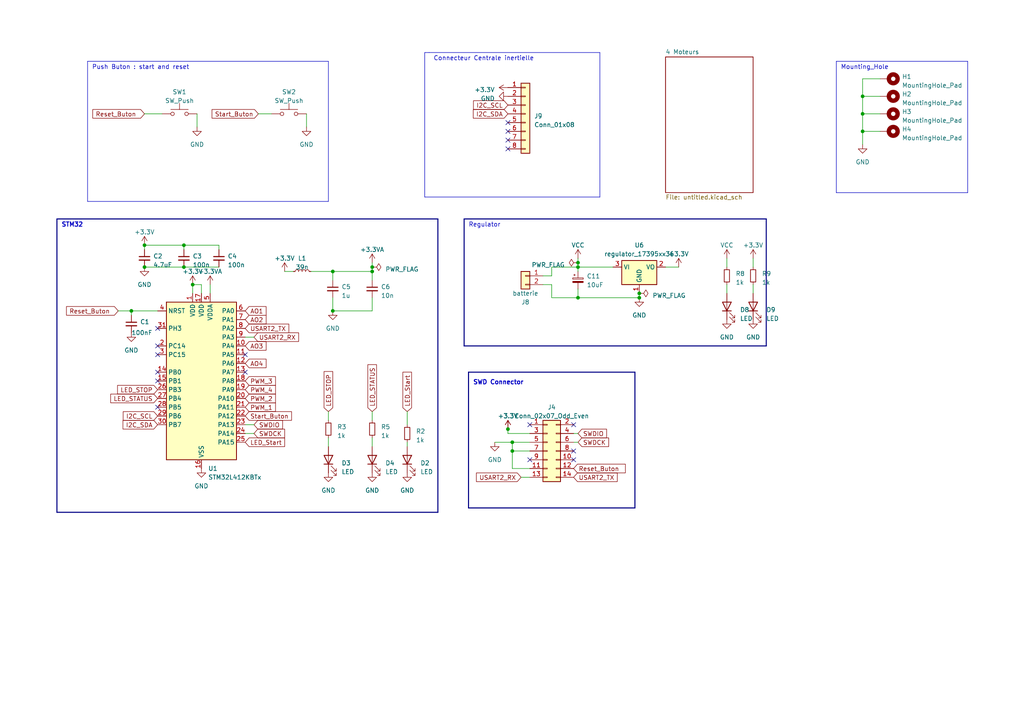
<source format=kicad_sch>
(kicad_sch (version 20230121) (generator eeschema)
  (paper "A4")
  (lib_symbols
    (symbol "Connector_Generic:Conn_01x02" (pin_names (offset 1.016) hide)
      (property "Reference" "J" (at 0 2.54 0))
      (property "Value" "Conn_01x02" (at 0 -5.08 0))
      (symbol "Conn_01x02_1_1"
        (rectangle (start -1.27 -2.413) (end 0 -2.667) (stroke (width 0.1524)))
        (rectangle (start -1.27 0.127) (end 0 -0.127) (stroke (width 0.1524)))
        (rectangle (start -1.27 1.27) (end 1.27 -3.81) (stroke (width 0.254)) (fill (type background)))
        (pin passive line (at -5.08 0 0) (length 3.81) (name "Pin_1") (number "1"))
        (pin passive line (at -5.08 -2.54 0) (length 3.81) (name "Pin_2") (number "2"))
      )
    )
    (symbol "Connector_Generic:Conn_01x08" (pin_names (offset 1.016) hide)
      (property "Reference" "J" (at 0 10.16 0))
      (property "Value" "Conn_01x08" (at 0 -12.7 0))
      (symbol "Conn_01x08_1_1"
        (rectangle (start -1.27 -10.033) (end 0 -10.287) (stroke (width 0.1524)))
        (rectangle (start -1.27 -7.493) (end 0 -7.747) (stroke (width 0.1524)))
        (rectangle (start -1.27 -4.953) (end 0 -5.207) (stroke (width 0.1524)))
        (rectangle (start -1.27 -2.413) (end 0 -2.667) (stroke (width 0.1524)))
        (rectangle (start -1.27 0.127) (end 0 -0.127) (stroke (width 0.1524)))
        (rectangle (start -1.27 2.667) (end 0 2.413) (stroke (width 0.1524)))
        (rectangle (start -1.27 5.207) (end 0 4.953) (stroke (width 0.1524)))
        (rectangle (start -1.27 7.747) (end 0 7.493) (stroke (width 0.1524)))
        (rectangle (start -1.27 8.89) (end 1.27 -11.43) (stroke (width 0.254)) (fill (type background)))
        (pin passive line (at -5.08 7.62 0) (length 3.81) (name "Pin_1") (number "1"))
        (pin passive line (at -5.08 5.08 0) (length 3.81) (name "Pin_2") (number "2"))
        (pin passive line (at -5.08 2.54 0) (length 3.81) (name "Pin_3") (number "3"))
        (pin passive line (at -5.08 0 0) (length 3.81) (name "Pin_4") (number "4"))
        (pin passive line (at -5.08 -2.54 0) (length 3.81) (name "Pin_5") (number "5"))
        (pin passive line (at -5.08 -5.08 0) (length 3.81) (name "Pin_6") (number "6"))
        (pin passive line (at -5.08 -7.62 0) (length 3.81) (name "Pin_7") (number "7"))
        (pin passive line (at -5.08 -10.16 0) (length 3.81) (name "Pin_8") (number "8"))
      )
    )
    (symbol "Connector_Generic:Conn_02x07_Odd_Even" (pin_names (offset 1.016) hide)
      (property "Reference" "J" (at 1.27 10.16 0))
      (property "Value" "Conn_02x07_Odd_Even" (at 1.27 -10.16 0))
      (symbol "Conn_02x07_Odd_Even_1_1"
        (rectangle (start -1.27 -7.493) (end 0 -7.747) (stroke (width 0.1524)))
        (rectangle (start -1.27 -4.953) (end 0 -5.207) (stroke (width 0.1524)))
        (rectangle (start -1.27 -2.413) (end 0 -2.667) (stroke (width 0.1524)))
        (rectangle (start -1.27 0.127) (end 0 -0.127) (stroke (width 0.1524)))
        (rectangle (start -1.27 2.667) (end 0 2.413) (stroke (width 0.1524)))
        (rectangle (start -1.27 5.207) (end 0 4.953) (stroke (width 0.1524)))
        (rectangle (start -1.27 7.747) (end 0 7.493) (stroke (width 0.1524)))
        (rectangle (start -1.27 8.89) (end 3.81 -8.89) (stroke (width 0.254)) (fill (type background)))
        (rectangle (start 3.81 -7.493) (end 2.54 -7.747) (stroke (width 0.1524)))
        (rectangle (start 3.81 -4.953) (end 2.54 -5.207) (stroke (width 0.1524)))
        (rectangle (start 3.81 -2.413) (end 2.54 -2.667) (stroke (width 0.1524)))
        (rectangle (start 3.81 0.127) (end 2.54 -0.127) (stroke (width 0.1524)))
        (rectangle (start 3.81 2.667) (end 2.54 2.413) (stroke (width 0.1524)))
        (rectangle (start 3.81 5.207) (end 2.54 4.953) (stroke (width 0.1524)))
        (rectangle (start 3.81 7.747) (end 2.54 7.493) (stroke (width 0.1524)))
        (pin passive line (at -5.08 7.62 0) (length 3.81) (name "Pin_1") (number "1"))
        (pin passive line (at 7.62 -2.54 180) (length 3.81) (name "Pin_10") (number "10"))
        (pin passive line (at -5.08 -5.08 0) (length 3.81) (name "Pin_11") (number "11"))
        (pin passive line (at 7.62 -5.08 180) (length 3.81) (name "Pin_12") (number "12"))
        (pin passive line (at -5.08 -7.62 0) (length 3.81) (name "Pin_13") (number "13"))
        (pin passive line (at 7.62 -7.62 180) (length 3.81) (name "Pin_14") (number "14"))
        (pin passive line (at 7.62 7.62 180) (length 3.81) (name "Pin_2") (number "2"))
        (pin passive line (at -5.08 5.08 0) (length 3.81) (name "Pin_3") (number "3"))
        (pin passive line (at 7.62 5.08 180) (length 3.81) (name "Pin_4") (number "4"))
        (pin passive line (at -5.08 2.54 0) (length 3.81) (name "Pin_5") (number "5"))
        (pin passive line (at 7.62 2.54 180) (length 3.81) (name "Pin_6") (number "6"))
        (pin passive line (at -5.08 0 0) (length 3.81) (name "Pin_7") (number "7"))
        (pin passive line (at 7.62 0 180) (length 3.81) (name "Pin_8") (number "8"))
        (pin passive line (at -5.08 -2.54 0) (length 3.81) (name "Pin_9") (number "9"))
      )
    )
    (symbol "Device:C_Polarized_Small" (pin_numbers hide) (pin_names (offset 0.254) hide)
      (property "Reference" "C" (at 0.254 1.778 0))
      (property "Value" "C_Polarized_Small" (at 0.254 -2.032 0))
      (symbol "C_Polarized_Small_0_1"
        (rectangle (start -1.524 -0.3048) (end 1.524 -0.6858) (fill (type outline)))
        (rectangle (start -1.524 0.6858) (end 1.524 0.3048))
        (polyline (pts (xy -1.27 1.524) (xy -0.762 1.524)))
        (polyline (pts (xy -1.016 1.27) (xy -1.016 1.778)))
      )
      (symbol "C_Polarized_Small_1_1"
        (pin passive line (at 0 2.54 270) (length 1.8542) (name "~") (number "1"))
        (pin passive line (at 0 -2.54 90) (length 1.8542) (name "~") (number "2"))
      )
    )
    (symbol "Device:C_Small" (pin_numbers hide) (pin_names (offset 0.254) hide)
      (property "Reference" "C" (at 0.254 1.778 0))
      (property "Value" "C_Small" (at 0.254 -2.032 0))
      (symbol "C_Small_0_1"
        (polyline (pts (xy -1.524 -0.508) (xy 1.524 -0.508)) (stroke (width 0.3302)))
        (polyline (pts (xy -1.524 0.508) (xy 1.524 0.508)) (stroke (width 0.3048)))
      )
      (symbol "C_Small_1_1"
        (pin passive line (at 0 2.54 270) (length 2.032) (name "~") (number "1"))
        (pin passive line (at 0 -2.54 90) (length 2.032) (name "~") (number "2"))
      )
    )
    (symbol "Device:LED" (pin_numbers hide) (pin_names (offset 1.016) hide)
      (property "Reference" "D" (at 0 2.54 0))
      (property "Value" "LED" (at 0 -2.54 0))
      (symbol "LED_0_1"
        (polyline (pts (xy -1.27 -1.27) (xy -1.27 1.27)) (stroke (width 0.254)))
        (polyline (pts (xy -1.27 0) (xy 1.27 0)))
        (polyline (pts (xy 1.27 -1.27) (xy 1.27 1.27) (xy -1.27 0) (xy 1.27 -1.27)) (stroke (width 0.254)))
        (polyline (pts (xy -3.048 -0.762) (xy -4.572 -2.286) (xy -3.81 -2.286) (xy -4.572 -2.286) (xy -4.572 -1.524)))
        (polyline (pts (xy -1.778 -0.762) (xy -3.302 -2.286) (xy -2.54 -2.286) (xy -3.302 -2.286) (xy -3.302 -1.524)))
      )
      (symbol "LED_1_1"
        (pin passive line (at -3.81 0 0) (length 2.54) (name "K") (number "1"))
        (pin passive line (at 3.81 0 180) (length 2.54) (name "A") (number "2"))
      )
    )
    (symbol "Device:L_Small" (pin_numbers hide) (pin_names (offset 0.254) hide)
      (property "Reference" "L" (at 0.762 1.016 0))
      (property "Value" "L_Small" (at 0.762 -1.016 0))
      (symbol "L_Small_0_1"
        (arc (start 0 -2.032) (mid 0.5058 -1.524) (end 0 -1.016))
        (arc (start 0 -1.016) (mid 0.5058 -0.508) (end 0 0))
        (arc (start 0 0) (mid 0.5058 0.508) (end 0 1.016))
        (arc (start 0 1.016) (mid 0.5058 1.524) (end 0 2.032))
      )
      (symbol "L_Small_1_1"
        (pin passive line (at 0 2.54 270) (length 0.508) (name "~") (number "1"))
        (pin passive line (at 0 -2.54 90) (length 0.508) (name "~") (number "2"))
      )
    )
    (symbol "Device:R_Small" (pin_numbers hide) (pin_names (offset 0.254) hide)
      (property "Reference" "R" (at 0.762 0.508 0))
      (property "Value" "R_Small" (at 0.762 -1.016 0))
      (symbol "R_Small_0_1"
        (rectangle (start -0.762 1.778) (end 0.762 -1.778) (stroke (width 0.2032)))
      )
      (symbol "R_Small_1_1"
        (pin passive line (at 0 2.54 270) (length 0.762) (name "~") (number "1"))
        (pin passive line (at 0 -2.54 90) (length 0.762) (name "~") (number "2"))
      )
    )
    (symbol "MCU_ST_STM32L4:STM32L412KBTx"
      (property "Reference" "U" (at -10.16 24.13 0))
      (property "Value" "STM32L412KBTx" (at 5.08 24.13 0))
      (symbol "STM32L412KBTx_0_1"
        (rectangle (start -10.16 -22.86) (end 10.16 22.86) (stroke (width 0.254)) (fill (type background)))
      )
      (symbol "STM32L412KBTx_1_1"
        (pin power_in line (at -2.54 25.4 270) (length 2.54) (name "VDD") (number "1"))
        (pin bidirectional line (at 12.7 10.16 180) (length 2.54) (name "PA4") (number "10"))
        (pin bidirectional line (at 12.7 7.62 180) (length 2.54) (name "PA5") (number "11"))
        (pin bidirectional line (at 12.7 5.08 180) (length 2.54) (name "PA6") (number "12"))
        (pin bidirectional line (at 12.7 2.54 180) (length 2.54) (name "PA7") (number "13"))
        (pin bidirectional line (at -12.7 2.54 0) (length 2.54) (name "PB0") (number "14"))
        (pin bidirectional line (at -12.7 0 0) (length 2.54) (name "PB1") (number "15"))
        (pin power_in line (at 0 -25.4 90) (length 2.54) (name "VSS") (number "16"))
        (pin power_in line (at 0 25.4 270) (length 2.54) (name "VDD") (number "17"))
        (pin bidirectional line (at 12.7 0 180) (length 2.54) (name "PA8") (number "18"))
        (pin bidirectional line (at 12.7 -2.54 180) (length 2.54) (name "PA9") (number "19"))
        (pin bidirectional line (at -12.7 10.16 0) (length 2.54) (name "PC14") (number "2"))
        (pin bidirectional line (at 12.7 -5.08 180) (length 2.54) (name "PA10") (number "20"))
        (pin bidirectional line (at 12.7 -7.62 180) (length 2.54) (name "PA11") (number "21"))
        (pin bidirectional line (at 12.7 -10.16 180) (length 2.54) (name "PA12") (number "22"))
        (pin bidirectional line (at 12.7 -12.7 180) (length 2.54) (name "PA13") (number "23"))
        (pin bidirectional line (at 12.7 -15.24 180) (length 2.54) (name "PA14") (number "24"))
        (pin bidirectional line (at 12.7 -17.78 180) (length 2.54) (name "PA15") (number "25"))
        (pin bidirectional line (at -12.7 -2.54 0) (length 2.54) (name "PB3") (number "26"))
        (pin bidirectional line (at -12.7 -5.08 0) (length 2.54) (name "PB4") (number "27"))
        (pin bidirectional line (at -12.7 -7.62 0) (length 2.54) (name "PB5") (number "28"))
        (pin bidirectional line (at -12.7 -10.16 0) (length 2.54) (name "PB6") (number "29"))
        (pin bidirectional line (at -12.7 7.62 0) (length 2.54) (name "PC15") (number "3"))
        (pin bidirectional line (at -12.7 -12.7 0) (length 2.54) (name "PB7") (number "30"))
        (pin bidirectional line (at -12.7 15.24 0) (length 2.54) (name "PH3") (number "31"))
        (pin passive line (at 0 -25.4 90) (length 2.54) hide (name "VSS") (number "32"))
        (pin input line (at -12.7 20.32 0) (length 2.54) (name "NRST") (number "4"))
        (pin power_in line (at 2.54 25.4 270) (length 2.54) (name "VDDA") (number "5"))
        (pin bidirectional line (at 12.7 20.32 180) (length 2.54) (name "PA0") (number "6"))
        (pin bidirectional line (at 12.7 17.78 180) (length 2.54) (name "PA1") (number "7"))
        (pin bidirectional line (at 12.7 15.24 180) (length 2.54) (name "PA2") (number "8"))
        (pin bidirectional line (at 12.7 12.7 180) (length 2.54) (name "PA3") (number "9"))
      )
    )
    (symbol "Mechanical:MountingHole_Pad" (pin_numbers hide) (pin_names (offset 1.016) hide)
      (property "Reference" "H" (at 0 6.35 0))
      (property "Value" "MountingHole_Pad" (at 0 4.445 0))
      (symbol "MountingHole_Pad_0_1"
        (circle (center 0 1.27) (radius 1.27) (stroke (width 1.27)))
      )
      (symbol "MountingHole_Pad_1_1"
        (pin input line (at 0 -2.54 90) (length 2.54) (name "1") (number "1"))
      )
    )
    (symbol "Regulator_Linear:AMS1117-3.3"
      (property "Reference" "U" (at -3.81 3.175 0))
      (property "Value" "AMS1117-3.3" (at 0 3.175 0))
      (symbol "AMS1117-3.3_0_1"
        (rectangle (start -5.08 -5.08) (end 5.08 1.905) (stroke (width 0.254)) (fill (type background)))
      )
      (symbol "AMS1117-3.3_1_1"
        (pin power_in line (at 0 -7.62 90) (length 2.54) (name "GND") (number "1"))
        (pin power_out line (at 7.62 0 180) (length 2.54) (name "VO") (number "2"))
        (pin power_in line (at -7.62 0 0) (length 2.54) (name "VI") (number "3"))
      )
    )
    (symbol "Switch:SW_Push" (pin_numbers hide) (pin_names (offset 1.016) hide)
      (property "Reference" "SW" (at 1.27 2.54 0))
      (property "Value" "SW_Push" (at 0 -1.524 0))
      (symbol "SW_Push_0_1"
        (circle (center -2.032 0) (radius 0.508))
        (polyline (pts (xy 0 1.27) (xy 0 3.048)))
        (polyline (pts (xy 2.54 1.27) (xy -2.54 1.27)))
        (circle (center 2.032 0) (radius 0.508))
        (pin passive line (at -5.08 0 0) (length 2.54) (name "1") (number "1"))
        (pin passive line (at 5.08 0 180) (length 2.54) (name "2") (number "2"))
      )
    )
    (symbol "power:+3.3V" (power) (pin_names (offset 0))
      (property "Value" "+3.3V" (at 0 3.556 0))
      (symbol "+3.3V_0_1"
        (polyline (pts (xy -0.762 1.27) (xy 0 2.54)))
        (polyline (pts (xy 0 0) (xy 0 2.54)))
        (polyline (pts (xy 0 2.54) (xy 0.762 1.27)))
      )
      (symbol "+3.3V_1_1"
        (pin power_in line (at 0 0 90) (length 0) hide (name "+3.3V") (number "1"))
      )
    )
    (symbol "power:+3.3VA" (power) (pin_names (offset 0))
      (property "Value" "+3.3VA" (at 0 3.556 0))
      (symbol "+3.3VA_0_1"
        (polyline (pts (xy -0.762 1.27) (xy 0 2.54)))
        (polyline (pts (xy 0 0) (xy 0 2.54)))
        (polyline (pts (xy 0 2.54) (xy 0.762 1.27)))
      )
      (symbol "+3.3VA_1_1"
        (pin power_in line (at 0 0 90) (length 0) hide (name "+3.3VA") (number "1"))
      )
    )
    (symbol "power:GND" (power) (pin_names (offset 0))
      (property "Value" "GND" (at 0 -3.81 0))
      (symbol "GND_0_1"
        (polyline (pts (xy 0 0) (xy 0 -1.27) (xy 1.27 -1.27) (xy 0 -2.54) (xy -1.27 -1.27) (xy 0 -1.27)))
      )
      (symbol "GND_1_1"
        (pin power_in line (at 0 0 270) (length 0) hide (name "GND") (number "1"))
      )
    )
    (symbol "power:PWR_FLAG" (power) (pin_numbers hide) (pin_names (offset 0) hide)
      (property "Value" "PWR_FLAG" (at 0 3.81 0))
      (symbol "PWR_FLAG_0_0"
        (pin power_out line (at 0 0 90) (length 0) (name "pwr") (number "1"))
      )
      (symbol "PWR_FLAG_0_1"
        (polyline (pts (xy 0 0) (xy 0 1.27) (xy -1.016 1.905) (xy 0 2.54) (xy 1.016 1.905) (xy 0 1.27)))
      )
    )
    (symbol "power:VCC" (power) (pin_names (offset 0))
      (property "Value" "VCC" (at 0 3.81 0))
      (symbol "VCC_0_1"
        (polyline (pts (xy -0.762 1.27) (xy 0 2.54)))
        (polyline (pts (xy 0 0) (xy 0 2.54)))
        (polyline (pts (xy 0 2.54) (xy 0.762 1.27)))
      )
      (symbol "VCC_1_1"
        (pin power_in line (at 0 0 90) (length 0) hide (name "VCC") (number "1"))
      )
    )
  )
  (junction (at 38.1 90.17))
  (junction (at 55.88 82.55))
  (junction (at 107.95 77.47))
  (junction (at 53.34 71.12))
  (junction (at 185.42 86.36))
  (junction (at 147.32 124.46))
  (junction (at 107.95 78.74))
  (junction (at 53.34 77.47))
  (junction (at 41.91 77.47))
  (junction (at 167.64 77.47))
  (junction (at 185.42 85.09))
  (junction (at 96.52 78.74))
  (junction (at 148.59 130.81))
  (junction (at 250.19 27.94))
  (junction (at 148.59 128.27))
  (junction (at 167.64 76.2))
  (junction (at 41.91 71.12))
  (junction (at 96.52 90.17))
  (junction (at 167.64 86.36))
  (junction (at 250.19 33.02))
  (junction (at 250.19 38.1))
  (no_connect (at 45.72 107.95))
  (no_connect (at 153.67 133.35))
  (no_connect (at 147.32 40.64))
  (no_connect (at 147.32 35.56))
  (no_connect (at 45.72 118.11))
  (no_connect (at 45.72 100.33))
  (no_connect (at 147.32 38.1))
  (no_connect (at 166.37 130.81))
  (no_connect (at 147.32 43.18))
  (no_connect (at 166.37 133.35))
  (no_connect (at 153.67 123.19))
  (no_connect (at 71.12 107.95))
  (no_connect (at 45.72 110.49))
  (no_connect (at 45.72 95.25))
  (no_connect (at 166.37 123.19))
  (no_connect (at 71.12 102.87))
  (no_connect (at 45.72 102.87))
  (wire (pts (xy 255.27 22.86) (xy 250.19 22.86)))
  (polyline (pts (xy 123.19 15.24) (xy 124.46 15.24)))
  (polyline (pts (xy 280.67 17.78) (xy 280.67 55.88)))
  (wire (pts (xy 34.29 90.17) (xy 38.1 90.17)))
  (wire (pts (xy 160.02 86.36) (xy 167.64 86.36)))
  (wire (pts (xy 107.95 90.17) (xy 96.52 90.17)))
  (wire (pts (xy 38.1 90.17) (xy 38.1 91.44)))
  (wire (pts (xy 41.91 77.47) (xy 53.34 77.47)))
  (wire (pts (xy 53.34 77.47) (xy 63.5 77.47)))
  (bus (pts (xy 134.62 63.5) (xy 222.25 63.5)))
  (wire (pts (xy 250.19 33.02) (xy 250.19 38.1)))
  (wire (pts (xy 148.59 130.81) (xy 153.67 130.81)))
  (wire (pts (xy 73.66 125.73) (xy 71.12 125.73)))
  (wire (pts (xy 55.88 82.55) (xy 58.42 82.55)))
  (wire (pts (xy 167.64 86.36) (xy 185.42 86.36)))
  (wire (pts (xy 250.19 38.1) (xy 250.19 41.91)))
  (wire (pts (xy 210.82 82.55) (xy 210.82 85.09)))
  (bus (pts (xy 222.25 100.33) (xy 134.62 100.33)))
  (wire (pts (xy 147.32 125.73) (xy 147.32 124.46)))
  (wire (pts (xy 167.64 76.2) (xy 167.64 77.47)))
  (bus (pts (xy 222.25 63.5) (xy 222.25 100.33)))
  (wire (pts (xy 63.5 72.39) (xy 63.5 71.12)))
  (wire (pts (xy 196.85 77.47) (xy 193.04 77.47)))
  (wire (pts (xy 167.64 74.93) (xy 167.64 76.2)))
  (wire (pts (xy 107.95 86.36) (xy 107.95 90.17)))
  (wire (pts (xy 55.88 85.09) (xy 55.88 82.55)))
  (wire (pts (xy 148.59 135.89) (xy 153.67 135.89)))
  (wire (pts (xy 96.52 78.74) (xy 96.52 81.28)))
  (wire (pts (xy 95.25 127) (xy 95.25 129.54)))
  (wire (pts (xy 167.64 77.47) (xy 177.8 77.47)))
  (wire (pts (xy 218.44 82.55) (xy 218.44 85.09)))
  (polyline (pts (xy 242.57 17.78) (xy 280.67 17.78)))
  (wire (pts (xy 73.66 123.19) (xy 71.12 123.19)))
  (wire (pts (xy 153.67 125.73) (xy 147.32 125.73)))
  (wire (pts (xy 250.19 33.02) (xy 255.27 33.02)))
  (polyline (pts (xy 95.25 17.78) (xy 95.25 58.42)))
  (wire (pts (xy 118.11 119.38) (xy 118.11 123.19)))
  (wire (pts (xy 107.95 81.28) (xy 107.95 78.74)))
  (wire (pts (xy 167.64 83.82) (xy 167.64 86.36)))
  (wire (pts (xy 167.64 125.73) (xy 166.37 125.73)))
  (polyline (pts (xy 123.19 57.15) (xy 123.19 15.24)))
  (wire (pts (xy 41.91 33.02) (xy 46.99 33.02)))
  (wire (pts (xy 90.17 78.74) (xy 96.52 78.74)))
  (wire (pts (xy 41.91 72.39) (xy 41.91 71.12)))
  (wire (pts (xy 160.02 82.55) (xy 160.02 86.36)))
  (polyline (pts (xy 25.4 17.78) (xy 25.4 58.42)))
  (wire (pts (xy 157.48 82.55) (xy 160.02 82.55)))
  (wire (pts (xy 107.95 76.2) (xy 107.95 77.47)))
  (wire (pts (xy 160.02 80.01) (xy 160.02 77.47)))
  (polyline (pts (xy 124.46 15.24) (xy 173.99 15.24)))
  (wire (pts (xy 118.11 128.27) (xy 118.11 129.54)))
  (polyline (pts (xy 173.99 15.24) (xy 173.99 57.15)))
  (wire (pts (xy 255.27 27.94) (xy 250.19 27.94)))
  (wire (pts (xy 250.19 22.86) (xy 250.19 27.94)))
  (wire (pts (xy 63.5 71.12) (xy 53.34 71.12)))
  (wire (pts (xy 167.64 128.27) (xy 166.37 128.27)))
  (wire (pts (xy 58.42 82.55) (xy 58.42 85.09)))
  (wire (pts (xy 167.64 78.74) (xy 167.64 77.47)))
  (polyline (pts (xy 242.57 17.78) (xy 242.57 55.88)))
  (wire (pts (xy 88.9 33.02) (xy 88.9 36.83)))
  (wire (pts (xy 160.02 77.47) (xy 167.64 77.47)))
  (wire (pts (xy 218.44 74.93) (xy 218.44 77.47)))
  (wire (pts (xy 60.96 82.55) (xy 60.96 85.09)))
  (bus (pts (xy 127 148.59) (xy 16.51 148.59)))
  (wire (pts (xy 148.59 128.27) (xy 153.67 128.27)))
  (wire (pts (xy 95.25 119.38) (xy 95.25 121.92)))
  (wire (pts (xy 74.93 33.02) (xy 78.74 33.02)))
  (wire (pts (xy 53.34 71.12) (xy 53.34 72.39)))
  (wire (pts (xy 210.82 74.93) (xy 210.82 77.47)))
  (wire (pts (xy 107.95 127) (xy 107.95 129.54)))
  (bus (pts (xy 16.51 63.5) (xy 127 63.5)))
  (wire (pts (xy 82.55 78.74) (xy 85.09 78.74)))
  (wire (pts (xy 96.52 90.17) (xy 96.52 86.36)))
  (wire (pts (xy 143.51 128.27) (xy 148.59 128.27)))
  (bus (pts (xy 127 63.5) (xy 127 148.59)))
  (polyline (pts (xy 280.67 55.88) (xy 242.57 55.88)))
  (bus (pts (xy 16.51 63.5) (xy 16.51 148.59)))
  (bus (pts (xy 184.15 147.32) (xy 135.89 147.32)))
  (bus (pts (xy 135.89 107.95) (xy 135.89 147.32)))
  (wire (pts (xy 107.95 77.47) (xy 107.95 78.74)))
  (polyline (pts (xy 25.4 17.78) (xy 95.25 17.78)))
  (wire (pts (xy 250.19 27.94) (xy 250.19 33.02)))
  (bus (pts (xy 134.62 100.33) (xy 134.62 63.5)))
  (bus (pts (xy 184.15 107.95) (xy 184.15 147.32)))
  (wire (pts (xy 250.19 38.1) (xy 255.27 38.1)))
  (wire (pts (xy 151.13 138.43) (xy 153.67 138.43)))
  (wire (pts (xy 148.59 128.27) (xy 148.59 130.81)))
  (wire (pts (xy 41.91 71.12) (xy 53.34 71.12)))
  (polyline (pts (xy 173.99 57.15) (xy 123.19 57.15)))
  (wire (pts (xy 148.59 130.81) (xy 148.59 135.89)))
  (wire (pts (xy 185.42 86.36) (xy 185.42 85.09)))
  (polyline (pts (xy 95.25 58.42) (xy 25.4 58.42)))
  (wire (pts (xy 38.1 90.17) (xy 45.72 90.17)))
  (bus (pts (xy 135.89 107.95) (xy 184.15 107.95)))
  (wire (pts (xy 157.48 80.01) (xy 160.02 80.01)))
  (wire (pts (xy 107.95 78.74) (xy 96.52 78.74)))
  (wire (pts (xy 73.66 97.79) (xy 71.12 97.79)))
  (wire (pts (xy 57.15 33.02) (xy 57.15 36.83)))
  (wire (pts (xy 107.95 119.38) (xy 107.95 121.92)))
  (text "Mounting_Hole\n" (at 243.84 20.32 0) (effects (font (size 1.27 1.27)) (justify left bottom)))
  (text "STM32" (at 17.78 66.04 0) (effects (font (size 1.27 1.27) (thickness 0.254) bold) (justify left bottom)))
  (text "Push Buton : start and reset\n" (at 26.67 20.32 0) (effects (font (size 1.27 1.27)) (justify left bottom)))
  (text "SWD Connector" (at 137.16 111.76 0) (effects (font (size 1.27 1.27) (thickness 0.254) bold) (justify left bottom)))
  (text "Connecteur Centrale inertielle\n" (at 125.73 17.78 0) (effects (font (size 1.27 1.27)) (justify left bottom)))
  (text "Regulator\n" (at 135.89 66.04 0) (effects (font (size 1.27 1.27)) (justify left bottom)))
  (global_label "Start_Buton" (shape input) (at 74.93 33.02 180) (property "Intersheetrefs" "${INTERSHEET_REFS}" (effects hide)))
  (global_label "PWM_4" (shape input) (at 71.12 113.03 0) (property "Intersheetrefs" "${INTERSHEET_REFS}" (effects hide)))
  (global_label "AO3" (shape input) (at 71.12 100.33 0) (property "Intersheetrefs" "${INTERSHEET_REFS}" (effects hide)))
  (global_label "SWDCK" (shape input) (at 73.66 125.73 0) (property "Intersheetrefs" "${INTERSHEET_REFS}" (effects hide)))
  (global_label "SWDCK" (shape input) (at 167.64 128.27 0) (property "Intersheetrefs" "${INTERSHEET_REFS}" (effects hide)))
  (global_label "I2C_SCL" (shape input) (at 147.32 30.48 180) (property "Intersheetrefs" "${INTERSHEET_REFS}" (effects hide)))
  (global_label "Reset_Buton " (shape input) (at 41.91 33.02 180) (property "Intersheetrefs" "${INTERSHEET_REFS}" (effects hide)))
  (global_label "SWDIO" (shape input) (at 167.64 125.73 0) (property "Intersheetrefs" "${INTERSHEET_REFS}" (effects hide)))
  (global_label "I2C_SCL" (shape input) (at 45.72 120.65 180) (property "Intersheetrefs" "${INTERSHEET_REFS}" (effects hide)))
  (global_label "USART2_RX" (shape input) (at 73.66 97.79 0) (property "Intersheetrefs" "${INTERSHEET_REFS}" (effects hide)))
  (global_label "AO2" (shape input) (at 71.12 92.71 0) (property "Intersheetrefs" "${INTERSHEET_REFS}" (effects hide)))
  (global_label "USART2_RX" (shape input) (at 151.13 138.43 180) (property "Intersheetrefs" "${INTERSHEET_REFS}" (effects hide)))
  (global_label "PWM_1" (shape input) (at 71.12 118.11 0) (property "Intersheetrefs" "${INTERSHEET_REFS}" (effects hide)))
  (global_label "LED_STOP" (shape input) (at 95.25 119.38 90) (property "Intersheetrefs" "${INTERSHEET_REFS}" (effects hide)))
  (global_label "LED_STATUS" (shape input) (at 107.95 119.38 90) (property "Intersheetrefs" "${INTERSHEET_REFS}" (effects hide)))
  (global_label "PWM_3" (shape input) (at 71.12 110.49 0) (property "Intersheetrefs" "${INTERSHEET_REFS}" (effects hide)))
  (global_label "USART2_TX" (shape input) (at 71.12 95.25 0) (property "Intersheetrefs" "${INTERSHEET_REFS}" (effects hide)))
  (global_label "PWM_2" (shape input) (at 71.12 115.57 0) (property "Intersheetrefs" "${INTERSHEET_REFS}" (effects hide)))
  (global_label "Reset_Buton " (shape input) (at 34.29 90.17 180) (property "Intersheetrefs" "${INTERSHEET_REFS}" (effects hide)))
  (global_label "LED_Start" (shape input) (at 118.11 119.38 90) (property "Intersheetrefs" "${INTERSHEET_REFS}" (effects hide)))
  (global_label "I2C_SDA" (shape input) (at 147.32 33.02 180) (property "Intersheetrefs" "${INTERSHEET_REFS}" (effects hide)))
  (global_label "AO4" (shape input) (at 71.12 105.41 0) (property "Intersheetrefs" "${INTERSHEET_REFS}" (effects hide)))
  (global_label "USART2_TX" (shape input) (at 166.37 138.43 0) (property "Intersheetrefs" "${INTERSHEET_REFS}" (effects hide)))
  (global_label "AO1" (shape input) (at 71.12 90.17 0) (property "Intersheetrefs" "${INTERSHEET_REFS}" (effects hide)))
  (global_label "LED_STOP" (shape input) (at 45.72 113.03 180) (property "Intersheetrefs" "${INTERSHEET_REFS}" (effects hide)))
  (global_label "Reset_Buton " (shape input) (at 166.37 135.89 0) (property "Intersheetrefs" "${INTERSHEET_REFS}" (effects hide)))
  (global_label "LED_STATUS" (shape input) (at 45.72 115.57 180) (property "Intersheetrefs" "${INTERSHEET_REFS}" (effects hide)))
  (global_label "I2C_SDA" (shape input) (at 45.72 123.19 180) (property "Intersheetrefs" "${INTERSHEET_REFS}" (effects hide)))
  (global_label "Start_Buton" (shape input) (at 71.12 120.65 0) (property "Intersheetrefs" "${INTERSHEET_REFS}" (effects hide)))
  (global_label "SWDIO" (shape input) (at 73.66 123.19 0) (property "Intersheetrefs" "${INTERSHEET_REFS}" (effects hide)))
  (global_label "LED_Start" (shape input) (at 71.12 128.27 0) (property "Intersheetrefs" "${INTERSHEET_REFS}" (effects hide)))
  (symbol (lib_id "power:+3.3V") (at 196.85 77.47 0) (unit 1)
    (property "Reference" "#PWR045" (effects hide))
    (property "Value" "+3.3V" (at 196.85 73.66 0))
  )
  (symbol (lib_id "Connector_Generic:Conn_01x08") (at 152.4 33.02 0) (unit 1)
    (property "Reference" "J9" (at 154.94 33.655 0) (effects (justify left)))
    (property "Value" "Conn_01x08" (at 154.94 36.195 0) (effects (justify left)))
    (property "Footprint" "Connector_PinSocket_2.54mm:PinSocket_1x08_P2.54mm_Vertical" (effects hide))
  )
  (symbol (lib_id "Device:C_Small") (at 96.52 83.82 0) (unit 1)
    (property "Reference" "C5" (at 99.06 83.1913 0) (effects (justify left)))
    (property "Value" "1u" (at 99.06 85.7313 0) (effects (justify left)))
    (property "Footprint" "Capacitor_SMD:C_0603_1608Metric_Pad1.08x0.95mm_HandSolder" (effects hide))
  )
  (symbol (lib_id "power:GND") (at 143.51 128.27 0) (unit 1)
    (property "Reference" "#PWR019" (effects hide))
    (property "Value" "GND" (at 143.51 133.35 0))
  )
  (symbol (lib_id "Connector_Generic:Conn_02x07_Odd_Even") (at 158.75 130.81 0) (unit 1)
    (property "Reference" "J4" (at 160.02 118.11 0))
    (property "Value" "Conn_02x07_Odd_Even" (at 160.02 120.65 0))
    (property "Footprint" "Connector_PinHeader_1.27mm:PinHeader_2x07_P1.27mm_Vertical_SMD" (effects hide))
  )
  (symbol (lib_id "Device:R_Small") (at 95.25 124.46 0) (unit 1)
    (property "Reference" "R3" (at 97.79 123.825 0) (effects (justify left)))
    (property "Value" "1k" (at 97.79 126.365 0) (effects (justify left)))
    (property "Footprint" "Resistor_SMD:R_0603_1608Metric_Pad0.98x0.95mm_HandSolder" (effects hide))
  )
  (symbol (lib_id "Device:LED") (at 218.44 88.9 90) (unit 1)
    (property "Reference" "D9" (at 222.25 89.8525 90) (effects (justify right)))
    (property "Value" "LED" (at 222.25 92.3925 90) (effects (justify right)))
    (property "Footprint" "LED_SMD:LED_0603_1608Metric_Pad1.05x0.95mm_HandSolder" (effects hide))
  )
  (symbol (lib_id "power:+3.3V") (at 55.88 82.55 0) (unit 1)
    (property "Reference" "#PWR05" (effects hide))
    (property "Value" "+3.3V" (at 55.88 78.74 0))
  )
  (symbol (lib_id "Device:C_Polarized_Small") (at 167.64 81.28 0) (unit 1)
    (property "Reference" "C11" (at 170.18 80.0989 0) (effects (justify left)))
    (property "Value" "10uF" (at 170.18 82.6389 0) (effects (justify left)))
    (property "Footprint" "Capacitor_SMD:C_0603_1608Metric_Pad1.08x0.95mm_HandSolder" (effects hide))
  )
  (symbol (lib_id "Device:C_Small") (at 41.91 74.93 0) (unit 1)
    (property "Reference" "C2" (at 44.45 74.3013 0) (effects (justify left)))
    (property "Value" "4.7uF" (at 44.45 76.8413 0) (effects (justify left)))
    (property "Footprint" "Capacitor_SMD:C_0603_1608Metric_Pad1.08x0.95mm_HandSolder" (effects hide))
  )
  (symbol (lib_id "MCU_ST_STM32L4:STM32L412KBTx") (at 58.42 110.49 0) (unit 1)
    (property "Reference" "U1" (at 60.3759 135.89 0) (effects (justify left)))
    (property "Value" "STM32L412KBTx" (at 60.3759 138.43 0) (effects (justify left)))
    (property "Footprint" "Package_QFP:LQFP-32_7x7mm_P0.8mm" (effects hide))
    (property "Datasheet" "https://www.st.com/resource/en/datasheet/stm32l412kb.pdf" (effects hide))
  )
  (symbol (lib_id "Device:LED") (at 210.82 88.9 90) (unit 1)
    (property "Reference" "D8" (at 214.63 89.8525 90) (effects (justify right)))
    (property "Value" "LED" (at 214.63 92.3925 90) (effects (justify right)))
    (property "Footprint" "LED_SMD:LED_0603_1608Metric_Pad1.05x0.95mm_HandSolder" (effects hide))
  )
  (symbol (lib_id "Device:C_Small") (at 53.34 74.93 0) (unit 1)
    (property "Reference" "C3" (at 55.88 74.3013 0) (effects (justify left)))
    (property "Value" "100n" (at 55.88 76.8413 0) (effects (justify left)))
    (property "Footprint" "Capacitor_SMD:C_0603_1608Metric_Pad1.08x0.95mm_HandSolder" (effects hide))
  )
  (symbol (lib_id "Device:R_Small") (at 118.11 125.73 0) (unit 1)
    (property "Reference" "R2" (at 120.65 125.095 0) (effects (justify left)))
    (property "Value" "1k" (at 120.65 127.635 0) (effects (justify left)))
    (property "Footprint" "Resistor_SMD:R_0603_1608Metric_Pad0.98x0.95mm_HandSolder" (effects hide))
  )
  (symbol (lib_id "power:GND") (at 118.11 137.16 0) (unit 1)
    (property "Reference" "#PWR012" (effects hide))
    (property "Value" "GND" (at 118.11 142.24 0))
  )
  (symbol (lib_id "power:GND") (at 38.1 96.52 0) (unit 1)
    (property "Reference" "#PWR011" (effects hide))
    (property "Value" "GND" (at 38.1 101.6 0))
  )
  (symbol (lib_id "power:GND") (at 147.32 27.94 270) (unit 1)
    (property "Reference" "#PWR09" (effects hide))
    (property "Value" "GND" (at 143.51 28.575 90) (effects (justify right)))
  )
  (symbol (lib_id "Device:LED") (at 95.25 133.35 90) (unit 1)
    (property "Reference" "D3" (at 99.06 134.3025 90) (effects (justify right)))
    (property "Value" "LED" (at 99.06 136.8425 90) (effects (justify right)))
    (property "Footprint" "LED_SMD:LED_0603_1608Metric_Pad1.05x0.95mm_HandSolder" (effects hide))
  )
  (symbol (lib_id "Device:C_Small") (at 107.95 83.82 0) (unit 1)
    (property "Reference" "C6" (at 110.49 83.1913 0) (effects (justify left)))
    (property "Value" "10n" (at 110.49 85.7313 0) (effects (justify left)))
    (property "Footprint" "Capacitor_SMD:C_0603_1608Metric_Pad1.08x0.95mm_HandSolder" (effects hide))
  )
  (symbol (lib_id "Connector_Generic:Conn_01x02") (at 152.4 80.01 0) (mirror y) (unit 1)
    (property "Reference" "J8" (at 152.4 87.63 0))
    (property "Value" "batterie" (at 152.4 85.09 0))
    (property "Footprint" "Connector_JST:JST_XH_B2B-XH-A_1x02_P2.50mm_Vertical" (effects hide))
  )
  (symbol (lib_id "power:+3.3V") (at 147.32 124.46 0) (unit 1)
    (property "Reference" "#PWR021" (effects hide))
    (property "Value" "+3.3V" (at 147.32 120.65 0))
  )
  (symbol (lib_id "power:+3.3V") (at 218.44 74.93 0) (unit 1)
    (property "Reference" "#PWR050" (effects hide))
    (property "Value" "+3.3V" (at 218.44 71.12 0))
  )
  (symbol (lib_id "Device:LED") (at 118.11 133.35 90) (unit 1)
    (property "Reference" "D2" (at 121.92 134.3025 90) (effects (justify right)))
    (property "Value" "LED" (at 121.92 136.8425 90) (effects (justify right)))
    (property "Footprint" "LED_SMD:LED_0603_1608Metric_Pad1.05x0.95mm_HandSolder" (effects hide))
  )
  (symbol (lib_id "Mechanical:MountingHole_Pad") (at 257.81 27.94 270) (unit 1)
    (property "Reference" "H2" (at 261.62 27.305 90) (effects (justify left)))
    (property "Value" "MountingHole_Pad" (at 261.62 29.845 90) (effects (justify left)))
    (property "Footprint" "MountingHole:MountingHole_2.2mm_M2_DIN965_Pad" (effects hide))
  )
  (symbol (lib_id "Mechanical:MountingHole_Pad") (at 257.81 38.1 270) (unit 1)
    (property "Reference" "H4" (at 261.62 37.465 90) (effects (justify left)))
    (property "Value" "MountingHole_Pad" (at 261.62 40.005 90) (effects (justify left)))
    (property "Footprint" "MountingHole:MountingHole_2.2mm_M2_DIN965_Pad" (effects hide))
  )
  (symbol (lib_id "power:+3.3VA") (at 60.96 82.55 0) (unit 1)
    (property "Reference" "#PWR047" (effects hide))
    (property "Value" "+3.3VA" (at 60.96 78.74 0))
  )
  (symbol (lib_id "Mechanical:MountingHole_Pad") (at 257.81 22.86 270) (unit 1)
    (property "Reference" "H1" (at 261.62 22.225 90) (effects (justify left)))
    (property "Value" "MountingHole_Pad" (at 261.62 24.765 90) (effects (justify left)))
    (property "Footprint" "MountingHole:MountingHole_2.2mm_M2_DIN965_Pad" (effects hide))
  )
  (symbol (lib_id "Device:R_Small") (at 107.95 124.46 0) (unit 1)
    (property "Reference" "R5" (at 110.49 123.825 0) (effects (justify left)))
    (property "Value" "1k" (at 110.49 126.365 0) (effects (justify left)))
    (property "Footprint" "Resistor_SMD:R_0603_1608Metric_Pad0.98x0.95mm_HandSolder" (effects hide))
  )
  (symbol (lib_id "Mechanical:MountingHole_Pad") (at 257.81 33.02 270) (unit 1)
    (property "Reference" "H3" (at 261.62 32.385 90) (effects (justify left)))
    (property "Value" "MountingHole_Pad" (at 261.62 34.925 90) (effects (justify left)))
    (property "Footprint" "MountingHole:MountingHole_2.2mm_M2_DIN965_Pad" (effects hide))
  )
  (symbol (lib_id "power:VCC") (at 167.64 74.93 0) (unit 1)
    (property "Reference" "#PWR048" (effects hide))
    (property "Value" "VCC" (at 167.64 71.12 0))
  )
  (symbol (lib_id "power:+3.3VA") (at 107.95 76.2 0) (unit 1)
    (property "Reference" "#PWR017" (effects hide))
    (property "Value" "+3.3VA" (at 107.95 72.39 0))
  )
  (symbol (lib_id "power:PWR_FLAG") (at 167.64 76.2 90) (unit 1)
    (property "Reference" "#FLG01" (effects hide))
    (property "Value" "PWR_FLAG" (at 163.83 76.835 90) (effects (justify left)))
  )
  (symbol (lib_id "power:+3.3V") (at 147.32 124.46 0) (unit 1)
    (property "Reference" "#PWR020" (effects hide))
    (property "Value" "+3.3V" (at 147.32 120.65 0))
  )
  (symbol (lib_id "power:GND") (at 96.52 90.17 0) (unit 1)
    (property "Reference" "#PWR018" (effects hide))
    (property "Value" "GND" (at 96.52 95.25 0))
  )
  (symbol (lib_id "power:PWR_FLAG") (at 185.42 85.09 270) (unit 1)
    (property "Reference" "#FLG04" (effects hide))
    (property "Value" "PWR_FLAG" (at 189.23 85.725 90) (effects (justify left)))
  )
  (symbol (lib_id "power:+3.3V") (at 82.55 78.74 0) (unit 1)
    (property "Reference" "#PWR016" (effects hide))
    (property "Value" "+3.3V" (at 82.55 74.93 0))
  )
  (symbol (lib_id "power:GND") (at 250.19 41.91 0) (unit 1)
    (property "Reference" "#PWR01" (effects hide))
    (property "Value" "GND" (at 250.19 46.99 0))
  )
  (symbol (lib_id "Switch:SW_Push") (at 52.07 33.02 0) (unit 1)
    (property "Reference" "SW1" (at 52.07 26.67 0))
    (property "Value" "SW_Push" (at 52.07 29.21 0))
    (property "Footprint" "Button_Switch_SMD:SW_DIP_SPSTx01_Slide_Copal_CHS-01A_W5.08mm_P1.27mm_JPin" (effects hide))
  )
  (symbol (lib_id "power:GND") (at 185.42 86.36 0) (unit 1)
    (property "Reference" "#PWR013" (effects hide))
    (property "Value" "GND" (at 185.42 91.44 0))
  )
  (symbol (lib_id "Device:L_Small") (at 87.63 78.74 90) (unit 1)
    (property "Reference" "L1" (at 87.63 74.93 90))
    (property "Value" "39n" (at 87.63 77.47 90))
    (property "Footprint" "Inductor_SMD:L_0805_2012Metric_Pad1.15x1.40mm_HandSolder" (effects hide))
  )
  (symbol (lib_id "Device:C_Small") (at 63.5 74.93 0) (unit 1)
    (property "Reference" "C4" (at 66.04 74.3013 0) (effects (justify left)))
    (property "Value" "100n" (at 66.04 76.8413 0) (effects (justify left)))
    (property "Footprint" "Capacitor_SMD:C_0603_1608Metric_Pad1.08x0.95mm_HandSolder" (effects hide))
  )
  (symbol (lib_id "Regulator_Linear:AMS1117-3.3") (at 185.42 77.47 0) (unit 1)
    (property "Reference" "U6" (at 185.42 71.12 0))
    (property "Value" "regulator_17395xx36" (at 185.42 73.66 0))
    (property "Footprint" "Package_TO_SOT_SMD:SOT-223-3_TabPin2" (effects hide))
    (property "Datasheet" "http://www.advanced-monolithic.com/pdf/ds1117.pdf" (effects hide))
  )
  (symbol (lib_id "Device:R_Small") (at 218.44 80.01 0) (unit 1)
    (property "Reference" "R9" (at 220.98 79.375 0) (effects (justify left)))
    (property "Value" "1k" (at 220.98 81.915 0) (effects (justify left)))
    (property "Footprint" "Resistor_SMD:R_0603_1608Metric_Pad0.98x0.95mm_HandSolder" (effects hide))
  )
  (symbol (lib_id "power:+3.3V") (at 41.91 71.12 0) (unit 1)
    (property "Reference" "#PWR015" (effects hide))
    (property "Value" "+3.3V" (at 41.91 67.31 0))
  )
  (symbol (lib_id "Device:R_Small") (at 210.82 80.01 0) (unit 1)
    (property "Reference" "R8" (at 213.36 79.375 0) (effects (justify left)))
    (property "Value" "1k" (at 213.36 81.915 0) (effects (justify left)))
    (property "Footprint" "Resistor_SMD:R_0603_1608Metric_Pad0.98x0.95mm_HandSolder" (effects hide))
  )
  (symbol (lib_id "power:GND") (at 95.25 137.16 0) (unit 1)
    (property "Reference" "#PWR022" (effects hide))
    (property "Value" "GND" (at 95.25 142.24 0))
  )
  (symbol (lib_id "power:VCC") (at 210.82 74.93 0) (unit 1)
    (property "Reference" "#PWR049" (effects hide))
    (property "Value" "VCC" (at 210.82 71.12 0))
  )
  (symbol (lib_id "power:GND") (at 57.15 36.83 0) (unit 1)
    (property "Reference" "#PWR06" (effects hide))
    (property "Value" "GND" (at 57.15 41.91 0))
  )
  (symbol (lib_id "power:PWR_FLAG") (at 107.95 77.47 270) (unit 1)
    (property "Reference" "#FLG02" (effects hide))
    (property "Value" "PWR_FLAG" (at 111.76 78.105 90) (effects (justify left)))
  )
  (symbol (lib_id "power:GND") (at 88.9 36.83 0) (unit 1)
    (property "Reference" "#PWR07" (effects hide))
    (property "Value" "GND" (at 88.9 41.91 0))
  )
  (symbol (lib_id "power:GND") (at 218.44 92.71 0) (unit 1)
    (property "Reference" "#PWR051" (effects hide))
    (property "Value" "GND" (at 218.44 97.79 0))
  )
  (symbol (lib_id "power:GND") (at 58.42 135.89 0) (unit 1)
    (property "Reference" "#PWR010" (effects hide))
    (property "Value" "GND" (at 58.42 140.97 0))
  )
  (symbol (lib_id "power:+3.3V") (at 147.32 25.4 90) (unit 1)
    (property "Reference" "#PWR08" (effects hide))
    (property "Value" "+3.3V" (at 143.51 26.035 90) (effects (justify left)))
  )
  (symbol (lib_id "Device:C_Small") (at 38.1 93.98 0) (unit 1)
    (property "Reference" "C1" (at 40.64 93.3513 0) (effects (justify left)))
    (property "Value" "100nF" (at 38.1 96.52 0) (effects (justify left)))
    (property "Footprint" "Capacitor_SMD:C_0603_1608Metric_Pad1.08x0.95mm_HandSolder" (effects hide))
  )
  (symbol (lib_id "power:GND") (at 210.82 92.71 0) (unit 1)
    (property "Reference" "#PWR046" (effects hide))
    (property "Value" "GND" (at 210.82 97.79 0))
  )
  (symbol (lib_id "power:GND") (at 107.95 137.16 0) (unit 1)
    (property "Reference" "#PWR023" (effects hide))
    (property "Value" "GND" (at 107.95 142.24 0))
  )
  (symbol (lib_id "Switch:SW_Push") (at 83.82 33.02 0) (unit 1)
    (property "Reference" "SW2" (at 83.82 26.67 0))
    (property "Value" "SW_Push" (at 83.82 29.21 0))
    (property "Footprint" "Button_Switch_SMD:SW_DIP_SPSTx01_Slide_Copal_CHS-01A_W5.08mm_P1.27mm_JPin" (effects hide))
  )
  (symbol (lib_id "power:GND") (at 41.91 77.47 0) (unit 1)
    (property "Reference" "#PWR014" (effects hide))
    (property "Value" "GND" (at 41.91 82.55 0))
  )
  (symbol (lib_id "Device:LED") (at 107.95 133.35 90) (unit 1)
    (property "Reference" "D4" (at 111.76 134.3025 90) (effects (justify right)))
    (property "Value" "LED" (at 111.76 136.8425 90) (effects (justify right)))
    (property "Footprint" "LED_SMD:LED_0603_1608Metric_Pad1.05x0.95mm_HandSolder" (effects hide))
  )
  (sheet (at 193.04 16.51) (size 25.4 39.37) (stroke (width 0.1524))
    (property "Sheetname" "4 Moteurs" (at 193.04 15.7984 0) (effects (justify left bottom)))
    (property "Sheetfile" "untitled.kicad_sch" (at 193.04 56.4646 0) (effects (justify left top)))
  )
)
</source>
